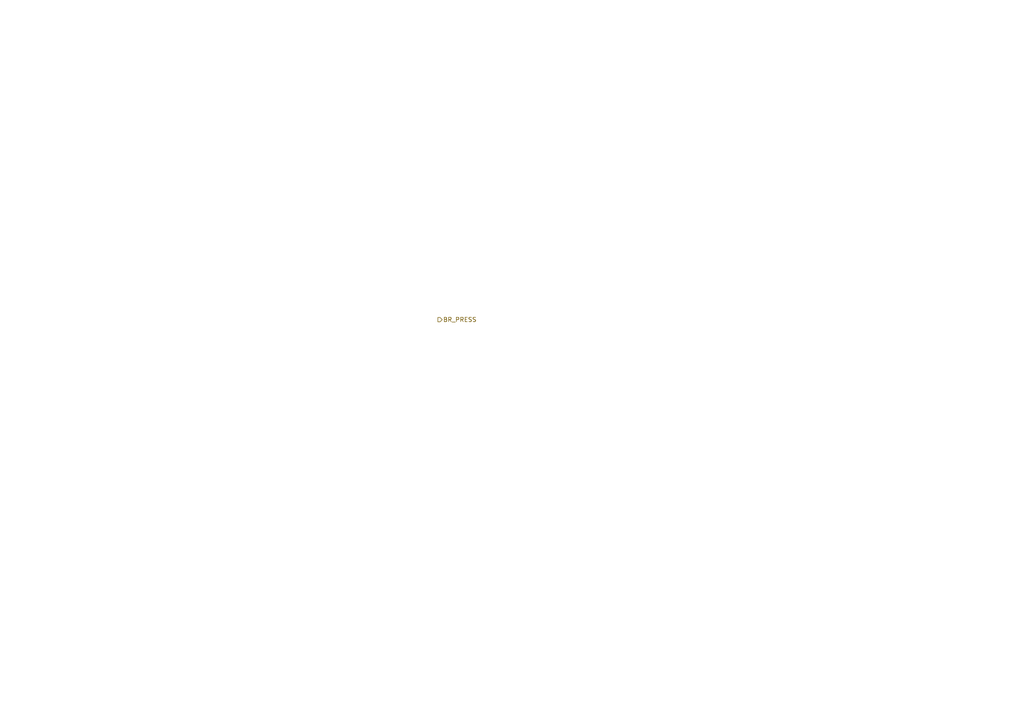
<source format=kicad_sch>
(kicad_sch (version 20211123) (generator eeschema)
  (paper "A4")
  (lib_symbols)
  (hierarchical_label "BR_PRESS" (shape output) (at 127 92.71 0))
)
</source>
